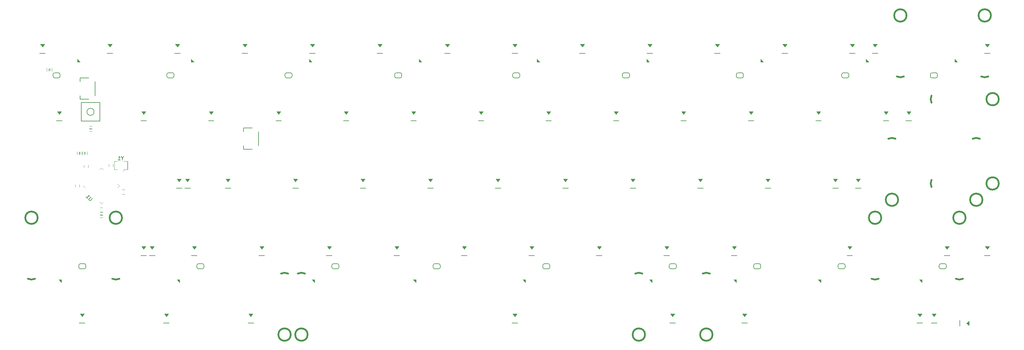
<source format=gbr>
%TF.GenerationSoftware,KiCad,Pcbnew,(5.1.11)-1*%
%TF.CreationDate,2022-08-31T19:27:18+07:00*%
%TF.ProjectId,Eclipse60,45636c69-7073-4653-9630-2e6b69636164,rev?*%
%TF.SameCoordinates,Original*%
%TF.FileFunction,Legend,Bot*%
%TF.FilePolarity,Positive*%
%FSLAX46Y46*%
G04 Gerber Fmt 4.6, Leading zero omitted, Abs format (unit mm)*
G04 Created by KiCad (PCBNEW (5.1.11)-1) date 2022-08-31 19:27:18*
%MOMM*%
%LPD*%
G01*
G04 APERTURE LIST*
%ADD10C,0.150000*%
%ADD11C,0.100000*%
%ADD12C,0.500000*%
%ADD13C,0.120000*%
G04 APERTURE END LIST*
D10*
%TO.C,J1*%
X97993750Y-67925000D02*
X97993750Y-68925000D01*
X97993750Y-68925000D02*
X100393750Y-68925000D01*
X102193750Y-67925000D02*
X102193750Y-63925000D01*
X100393750Y-62925000D02*
X97993750Y-62925000D01*
X97993750Y-62925000D02*
X97993750Y-63925000D01*
%TO.C,J2*%
X51843750Y-53784375D02*
X51843750Y-54784375D01*
X51843750Y-54784375D02*
X54243750Y-54784375D01*
X56043750Y-53784375D02*
X56043750Y-49784375D01*
X54243750Y-48784375D02*
X51843750Y-48784375D01*
X51843750Y-48784375D02*
X51843750Y-49784375D01*
%TO.C,D16*%
X218275000Y-118000000D02*
X219875000Y-118000000D01*
D11*
G36*
X219075000Y-116200000D02*
G01*
X219675000Y-115400000D01*
X218475000Y-115400000D01*
X219075000Y-116200000D01*
G37*
X219075000Y-116200000D02*
X219675000Y-115400000D01*
X218475000Y-115400000D01*
X219075000Y-116200000D01*
D12*
%TO.C,MX84*%
X311153750Y-54768750D02*
G75*
G03*
X311153750Y-54768750I-1750000J0D01*
G01*
X311153750Y-78581250D02*
G75*
G03*
X311153750Y-78581250I-1750000J0D01*
G01*
X292163225Y-53769801D02*
G75*
G03*
X292163750Y-55768750I2000525J-998949D01*
G01*
X292163225Y-77582301D02*
G75*
G03*
X292163750Y-79581250I2000525J-998949D01*
G01*
%TO.C,MX45*%
X282737500Y-83185000D02*
G75*
G03*
X282737500Y-83185000I-1750000J0D01*
G01*
X306550000Y-83185000D02*
G75*
G03*
X306550000Y-83185000I-1750000J0D01*
G01*
X281986449Y-65944475D02*
G75*
G03*
X279987500Y-65945000I-998949J-2000525D01*
G01*
X305798949Y-65944475D02*
G75*
G03*
X303800000Y-65945000I-998949J-2000525D01*
G01*
%TO.C,MX79*%
X116050000Y-121285000D02*
G75*
G03*
X116050000Y-121285000I-1750000J0D01*
G01*
X230350000Y-121285000D02*
G75*
G03*
X230350000Y-121285000I-1750000J0D01*
G01*
X229598949Y-104044475D02*
G75*
G03*
X227600000Y-104045000I-998949J-2000525D01*
G01*
X115298949Y-104044475D02*
G75*
G03*
X113300000Y-104045000I-998949J-2000525D01*
G01*
D11*
%TO.C,R5*%
X43325000Y-46284375D02*
X42925000Y-46184375D01*
X42925000Y-46384375D02*
X43325000Y-46284375D01*
X43325000Y-46484375D02*
X42925000Y-46384375D01*
X42925000Y-46584375D02*
X43325000Y-46484375D01*
X42925000Y-46784375D02*
X43325000Y-46684375D01*
X43325000Y-46684375D02*
X42925000Y-46584375D01*
X42925000Y-46184375D02*
X43325000Y-46084375D01*
D13*
X42425000Y-46859375D02*
X42425000Y-46009375D01*
X43825000Y-46859375D02*
X43825000Y-46009375D01*
D11*
%TO.C,D72*%
G36*
X301975000Y-118100000D02*
G01*
X302775000Y-118700000D01*
X302775000Y-117500000D01*
X301975000Y-118100000D01*
G37*
X301975000Y-118100000D02*
X302775000Y-118700000D01*
X302775000Y-117500000D01*
X301975000Y-118100000D01*
D10*
X300175000Y-117300000D02*
X300175000Y-118900000D01*
D11*
%TO.C,D70*%
G36*
X292893750Y-116200000D02*
G01*
X293493750Y-115400000D01*
X292293750Y-115400000D01*
X292893750Y-116200000D01*
G37*
X292893750Y-116200000D02*
X293493750Y-115400000D01*
X292293750Y-115400000D01*
X292893750Y-116200000D01*
D10*
X292093750Y-118000000D02*
X293693750Y-118000000D01*
D11*
%TO.C,D69*%
G36*
X174549000Y-116200000D02*
G01*
X175149000Y-115400000D01*
X173949000Y-115400000D01*
X174549000Y-116200000D01*
G37*
X174549000Y-116200000D02*
X175149000Y-115400000D01*
X173949000Y-115400000D01*
X174549000Y-116200000D01*
D10*
X173749000Y-118000000D02*
X175349000Y-118000000D01*
D11*
%TO.C,D68*%
G36*
X239395000Y-116200000D02*
G01*
X239995000Y-115400000D01*
X238795000Y-115400000D01*
X239395000Y-116200000D01*
G37*
X239395000Y-116200000D02*
X239995000Y-115400000D01*
X238795000Y-115400000D01*
X239395000Y-116200000D01*
D10*
X238595000Y-118000000D02*
X240195000Y-118000000D01*
D11*
%TO.C,D67*%
G36*
X100012500Y-116200000D02*
G01*
X100612500Y-115400000D01*
X99412500Y-115400000D01*
X100012500Y-116200000D01*
G37*
X100012500Y-116200000D02*
X100612500Y-115400000D01*
X99412500Y-115400000D01*
X100012500Y-116200000D01*
D10*
X99212500Y-118000000D02*
X100812500Y-118000000D01*
D11*
%TO.C,D66*%
G36*
X76200000Y-116200000D02*
G01*
X76800000Y-115400000D01*
X75600000Y-115400000D01*
X76200000Y-116200000D01*
G37*
X76200000Y-116200000D02*
X76800000Y-115400000D01*
X75600000Y-115400000D01*
X76200000Y-116200000D01*
D10*
X75400000Y-118000000D02*
X77000000Y-118000000D01*
D11*
%TO.C,D65*%
G36*
X52387500Y-116200000D02*
G01*
X52987500Y-115400000D01*
X51787500Y-115400000D01*
X52387500Y-116200000D01*
G37*
X52387500Y-116200000D02*
X52987500Y-115400000D01*
X51787500Y-115400000D01*
X52387500Y-116200000D01*
D10*
X51587500Y-118000000D02*
X53187500Y-118000000D01*
D11*
%TO.C,D63*%
G36*
X307899000Y-97150000D02*
G01*
X308499000Y-96350000D01*
X307299000Y-96350000D01*
X307899000Y-97150000D01*
G37*
X307899000Y-97150000D02*
X308499000Y-96350000D01*
X307299000Y-96350000D01*
X307899000Y-97150000D01*
D10*
X307099000Y-98950000D02*
X308699000Y-98950000D01*
D11*
%TO.C,D30*%
G36*
X285750000Y-59050000D02*
G01*
X286350000Y-58250000D01*
X285150000Y-58250000D01*
X285750000Y-59050000D01*
G37*
X285750000Y-59050000D02*
X286350000Y-58250000D01*
X285150000Y-58250000D01*
X285750000Y-59050000D01*
D10*
X284950000Y-60850000D02*
X286550000Y-60850000D01*
%TO.C,SW1*%
X52168750Y-60940625D02*
X57368750Y-60940625D01*
X57368750Y-60940625D02*
X57368750Y-55740625D01*
X57368750Y-55740625D02*
X52168750Y-55740625D01*
X52168750Y-55740625D02*
X52168750Y-60940625D01*
X55768750Y-58340625D02*
G75*
G03*
X55768750Y-58340625I-1000000J0D01*
G01*
D13*
%TO.C,R4*%
X54343750Y-63803125D02*
X55193750Y-63803125D01*
X54343750Y-62403125D02*
X55193750Y-62403125D01*
D11*
X55018750Y-62903125D02*
X55118750Y-63303125D01*
X54518750Y-63303125D02*
X54618750Y-62903125D01*
X54418750Y-62903125D02*
X54518750Y-63303125D01*
X54618750Y-62903125D02*
X54718750Y-63303125D01*
X54718750Y-63303125D02*
X54818750Y-62903125D01*
X54818750Y-62903125D02*
X54918750Y-63303125D01*
X54918750Y-63303125D02*
X55018750Y-62903125D01*
D10*
%TO.C,RGB18*%
X294843750Y-102734375D02*
X295843750Y-102734375D01*
X296343750Y-102234375D02*
X296343750Y-101734375D01*
X295843750Y-101234375D02*
X294843750Y-101234375D01*
X294343750Y-101734375D02*
X294343750Y-102234375D01*
D11*
G36*
X288693750Y-105784375D02*
G01*
X289493750Y-105784375D01*
X289493750Y-106584375D01*
X288693750Y-105784375D01*
G37*
X288693750Y-105784375D02*
X289493750Y-105784375D01*
X289493750Y-106584375D01*
X288693750Y-105784375D01*
D10*
X295843750Y-102734375D02*
G75*
G03*
X296343750Y-102234375I0J500000D01*
G01*
X294343750Y-102234375D02*
G75*
G03*
X294843750Y-102734375I500000J0D01*
G01*
X294843750Y-101234375D02*
G75*
G03*
X294343750Y-101734375I0J-500000D01*
G01*
X296343750Y-101734375D02*
G75*
G03*
X295843750Y-101234375I-500000J0D01*
G01*
%TO.C,RGB17*%
X266268750Y-102734375D02*
X267268750Y-102734375D01*
X267768750Y-102234375D02*
X267768750Y-101734375D01*
X267268750Y-101234375D02*
X266268750Y-101234375D01*
X265768750Y-101734375D02*
X265768750Y-102234375D01*
D11*
G36*
X260118750Y-105784375D02*
G01*
X260918750Y-105784375D01*
X260918750Y-106584375D01*
X260118750Y-105784375D01*
G37*
X260118750Y-105784375D02*
X260918750Y-105784375D01*
X260918750Y-106584375D01*
X260118750Y-105784375D01*
D10*
X267268750Y-102734375D02*
G75*
G03*
X267768750Y-102234375I0J500000D01*
G01*
X265768750Y-102234375D02*
G75*
G03*
X266268750Y-102734375I500000J0D01*
G01*
X266268750Y-101234375D02*
G75*
G03*
X265768750Y-101734375I0J-500000D01*
G01*
X267768750Y-101734375D02*
G75*
G03*
X267268750Y-101234375I-500000J0D01*
G01*
%TO.C,RGB16*%
X242456250Y-102734375D02*
X243456250Y-102734375D01*
X243956250Y-102234375D02*
X243956250Y-101734375D01*
X243456250Y-101234375D02*
X242456250Y-101234375D01*
X241956250Y-101734375D02*
X241956250Y-102234375D01*
D11*
G36*
X236306250Y-105784375D02*
G01*
X237106250Y-105784375D01*
X237106250Y-106584375D01*
X236306250Y-105784375D01*
G37*
X236306250Y-105784375D02*
X237106250Y-105784375D01*
X237106250Y-106584375D01*
X236306250Y-105784375D01*
D10*
X243456250Y-102734375D02*
G75*
G03*
X243956250Y-102234375I0J500000D01*
G01*
X241956250Y-102234375D02*
G75*
G03*
X242456250Y-102734375I500000J0D01*
G01*
X242456250Y-101234375D02*
G75*
G03*
X241956250Y-101734375I0J-500000D01*
G01*
X243956250Y-101734375D02*
G75*
G03*
X243456250Y-101234375I-500000J0D01*
G01*
%TO.C,RGB15*%
X218643750Y-102734375D02*
X219643750Y-102734375D01*
X220143750Y-102234375D02*
X220143750Y-101734375D01*
X219643750Y-101234375D02*
X218643750Y-101234375D01*
X218143750Y-101734375D02*
X218143750Y-102234375D01*
D11*
G36*
X212493750Y-105784375D02*
G01*
X213293750Y-105784375D01*
X213293750Y-106584375D01*
X212493750Y-105784375D01*
G37*
X212493750Y-105784375D02*
X213293750Y-105784375D01*
X213293750Y-106584375D01*
X212493750Y-105784375D01*
D10*
X219643750Y-102734375D02*
G75*
G03*
X220143750Y-102234375I0J500000D01*
G01*
X218143750Y-102234375D02*
G75*
G03*
X218643750Y-102734375I500000J0D01*
G01*
X218643750Y-101234375D02*
G75*
G03*
X218143750Y-101734375I0J-500000D01*
G01*
X220143750Y-101734375D02*
G75*
G03*
X219643750Y-101234375I-500000J0D01*
G01*
%TO.C,RGB14*%
X182925000Y-102734375D02*
X183925000Y-102734375D01*
X184425000Y-102234375D02*
X184425000Y-101734375D01*
X183925000Y-101234375D02*
X182925000Y-101234375D01*
X182425000Y-101734375D02*
X182425000Y-102234375D01*
D11*
G36*
X176775000Y-105784375D02*
G01*
X177575000Y-105784375D01*
X177575000Y-106584375D01*
X176775000Y-105784375D01*
G37*
X176775000Y-105784375D02*
X177575000Y-105784375D01*
X177575000Y-106584375D01*
X176775000Y-105784375D01*
D10*
X183925000Y-102734375D02*
G75*
G03*
X184425000Y-102234375I0J500000D01*
G01*
X182425000Y-102234375D02*
G75*
G03*
X182925000Y-102734375I500000J0D01*
G01*
X182925000Y-101234375D02*
G75*
G03*
X182425000Y-101734375I0J-500000D01*
G01*
X184425000Y-101734375D02*
G75*
G03*
X183925000Y-101234375I-500000J0D01*
G01*
%TO.C,RGB13*%
X151968750Y-102734375D02*
X152968750Y-102734375D01*
X153468750Y-102234375D02*
X153468750Y-101734375D01*
X152968750Y-101234375D02*
X151968750Y-101234375D01*
X151468750Y-101734375D02*
X151468750Y-102234375D01*
D11*
G36*
X145818750Y-105784375D02*
G01*
X146618750Y-105784375D01*
X146618750Y-106584375D01*
X145818750Y-105784375D01*
G37*
X145818750Y-105784375D02*
X146618750Y-105784375D01*
X146618750Y-106584375D01*
X145818750Y-105784375D01*
D10*
X152968750Y-102734375D02*
G75*
G03*
X153468750Y-102234375I0J500000D01*
G01*
X151468750Y-102234375D02*
G75*
G03*
X151968750Y-102734375I500000J0D01*
G01*
X151968750Y-101234375D02*
G75*
G03*
X151468750Y-101734375I0J-500000D01*
G01*
X153468750Y-101734375D02*
G75*
G03*
X152968750Y-101234375I-500000J0D01*
G01*
%TO.C,RGB12*%
X123393750Y-102734375D02*
X124393750Y-102734375D01*
X124893750Y-102234375D02*
X124893750Y-101734375D01*
X124393750Y-101234375D02*
X123393750Y-101234375D01*
X122893750Y-101734375D02*
X122893750Y-102234375D01*
D11*
G36*
X117243750Y-105784375D02*
G01*
X118043750Y-105784375D01*
X118043750Y-106584375D01*
X117243750Y-105784375D01*
G37*
X117243750Y-105784375D02*
X118043750Y-105784375D01*
X118043750Y-106584375D01*
X117243750Y-105784375D01*
D10*
X124393750Y-102734375D02*
G75*
G03*
X124893750Y-102234375I0J500000D01*
G01*
X122893750Y-102234375D02*
G75*
G03*
X123393750Y-102734375I500000J0D01*
G01*
X123393750Y-101234375D02*
G75*
G03*
X122893750Y-101734375I0J-500000D01*
G01*
X124893750Y-101734375D02*
G75*
G03*
X124393750Y-101234375I-500000J0D01*
G01*
%TO.C,RGB11*%
X85293750Y-102734375D02*
X86293750Y-102734375D01*
X86793750Y-102234375D02*
X86793750Y-101734375D01*
X86293750Y-101234375D02*
X85293750Y-101234375D01*
X84793750Y-101734375D02*
X84793750Y-102234375D01*
D11*
G36*
X79143750Y-105784375D02*
G01*
X79943750Y-105784375D01*
X79943750Y-106584375D01*
X79143750Y-105784375D01*
G37*
X79143750Y-105784375D02*
X79943750Y-105784375D01*
X79943750Y-106584375D01*
X79143750Y-105784375D01*
D10*
X86293750Y-102734375D02*
G75*
G03*
X86793750Y-102234375I0J500000D01*
G01*
X84793750Y-102234375D02*
G75*
G03*
X85293750Y-102734375I500000J0D01*
G01*
X85293750Y-101234375D02*
G75*
G03*
X84793750Y-101734375I0J-500000D01*
G01*
X86793750Y-101734375D02*
G75*
G03*
X86293750Y-101234375I-500000J0D01*
G01*
%TO.C,RGB10*%
X51956250Y-102734375D02*
X52956250Y-102734375D01*
X53456250Y-102234375D02*
X53456250Y-101734375D01*
X52956250Y-101234375D02*
X51956250Y-101234375D01*
X51456250Y-101734375D02*
X51456250Y-102234375D01*
D11*
G36*
X45806250Y-105784375D02*
G01*
X46606250Y-105784375D01*
X46606250Y-106584375D01*
X45806250Y-105784375D01*
G37*
X45806250Y-105784375D02*
X46606250Y-105784375D01*
X46606250Y-106584375D01*
X45806250Y-105784375D01*
D10*
X52956250Y-102734375D02*
G75*
G03*
X53456250Y-102234375I0J500000D01*
G01*
X51456250Y-102234375D02*
G75*
G03*
X51956250Y-102734375I500000J0D01*
G01*
X51956250Y-101234375D02*
G75*
G03*
X51456250Y-101734375I0J-500000D01*
G01*
X53456250Y-101734375D02*
G75*
G03*
X52956250Y-101234375I-500000J0D01*
G01*
D12*
%TO.C,MX76*%
X301787500Y-88265000D02*
G75*
G03*
X301787500Y-88265000I-1750000J0D01*
G01*
X277975000Y-88265000D02*
G75*
G03*
X277975000Y-88265000I-1750000J0D01*
G01*
X275226051Y-105505525D02*
G75*
G03*
X277225000Y-105505000I998949J2000525D01*
G01*
X299038551Y-105505525D02*
G75*
G03*
X301037500Y-105505000I998949J2000525D01*
G01*
%TO.C,MX46*%
X285118750Y-31115000D02*
G75*
G03*
X285118750Y-31115000I-1750000J0D01*
G01*
X308931250Y-31115000D02*
G75*
G03*
X308931250Y-31115000I-1750000J0D01*
G01*
X306182301Y-48355525D02*
G75*
G03*
X308181250Y-48355000I998949J2000525D01*
G01*
X282369801Y-48355525D02*
G75*
G03*
X284368750Y-48355000I998949J2000525D01*
G01*
D10*
%TO.C,RGB9*%
X293325000Y-47284375D02*
X292325000Y-47284375D01*
X291825000Y-47784375D02*
X291825000Y-48284375D01*
X292325000Y-48784375D02*
X293325000Y-48784375D01*
X293825000Y-48284375D02*
X293825000Y-47784375D01*
D11*
G36*
X299475000Y-44234375D02*
G01*
X298675000Y-44234375D01*
X298675000Y-43434375D01*
X299475000Y-44234375D01*
G37*
X299475000Y-44234375D02*
X298675000Y-44234375D01*
X298675000Y-43434375D01*
X299475000Y-44234375D01*
D10*
X291825000Y-48284375D02*
G75*
G03*
X292325000Y-48784375I500000J0D01*
G01*
X293325000Y-48784375D02*
G75*
G03*
X293825000Y-48284375I0J500000D01*
G01*
X293825000Y-47784375D02*
G75*
G03*
X293325000Y-47284375I-500000J0D01*
G01*
X292325000Y-47284375D02*
G75*
G03*
X291825000Y-47784375I0J-500000D01*
G01*
%TO.C,RGB8*%
X268321875Y-47284375D02*
X267321875Y-47284375D01*
X266821875Y-47784375D02*
X266821875Y-48284375D01*
X267321875Y-48784375D02*
X268321875Y-48784375D01*
X268821875Y-48284375D02*
X268821875Y-47784375D01*
D11*
G36*
X274471875Y-44234375D02*
G01*
X273671875Y-44234375D01*
X273671875Y-43434375D01*
X274471875Y-44234375D01*
G37*
X274471875Y-44234375D02*
X273671875Y-44234375D01*
X273671875Y-43434375D01*
X274471875Y-44234375D01*
D10*
X266821875Y-48284375D02*
G75*
G03*
X267321875Y-48784375I500000J0D01*
G01*
X268321875Y-48784375D02*
G75*
G03*
X268821875Y-48284375I0J500000D01*
G01*
X268821875Y-47784375D02*
G75*
G03*
X268321875Y-47284375I-500000J0D01*
G01*
X267321875Y-47284375D02*
G75*
G03*
X266821875Y-47784375I0J-500000D01*
G01*
%TO.C,RGB7*%
X238556250Y-47284375D02*
X237556250Y-47284375D01*
X237056250Y-47784375D02*
X237056250Y-48284375D01*
X237556250Y-48784375D02*
X238556250Y-48784375D01*
X239056250Y-48284375D02*
X239056250Y-47784375D01*
D11*
G36*
X244706250Y-44234375D02*
G01*
X243906250Y-44234375D01*
X243906250Y-43434375D01*
X244706250Y-44234375D01*
G37*
X244706250Y-44234375D02*
X243906250Y-44234375D01*
X243906250Y-43434375D01*
X244706250Y-44234375D01*
D10*
X237056250Y-48284375D02*
G75*
G03*
X237556250Y-48784375I500000J0D01*
G01*
X238556250Y-48784375D02*
G75*
G03*
X239056250Y-48284375I0J500000D01*
G01*
X239056250Y-47784375D02*
G75*
G03*
X238556250Y-47284375I-500000J0D01*
G01*
X237556250Y-47284375D02*
G75*
G03*
X237056250Y-47784375I0J-500000D01*
G01*
%TO.C,RGB6*%
X206409375Y-47284375D02*
X205409375Y-47284375D01*
X204909375Y-47784375D02*
X204909375Y-48284375D01*
X205409375Y-48784375D02*
X206409375Y-48784375D01*
X206909375Y-48284375D02*
X206909375Y-47784375D01*
D11*
G36*
X212559375Y-44234375D02*
G01*
X211759375Y-44234375D01*
X211759375Y-43434375D01*
X212559375Y-44234375D01*
G37*
X212559375Y-44234375D02*
X211759375Y-44234375D01*
X211759375Y-43434375D01*
X212559375Y-44234375D01*
D10*
X204909375Y-48284375D02*
G75*
G03*
X205409375Y-48784375I500000J0D01*
G01*
X206409375Y-48784375D02*
G75*
G03*
X206909375Y-48284375I0J500000D01*
G01*
X206909375Y-47784375D02*
G75*
G03*
X206409375Y-47284375I-500000J0D01*
G01*
X205409375Y-47284375D02*
G75*
G03*
X204909375Y-47784375I0J-500000D01*
G01*
%TO.C,RGB5*%
X175453125Y-47284375D02*
X174453125Y-47284375D01*
X173953125Y-47784375D02*
X173953125Y-48284375D01*
X174453125Y-48784375D02*
X175453125Y-48784375D01*
X175953125Y-48284375D02*
X175953125Y-47784375D01*
D11*
G36*
X181603125Y-44234375D02*
G01*
X180803125Y-44234375D01*
X180803125Y-43434375D01*
X181603125Y-44234375D01*
G37*
X181603125Y-44234375D02*
X180803125Y-44234375D01*
X180803125Y-43434375D01*
X181603125Y-44234375D01*
D10*
X173953125Y-48284375D02*
G75*
G03*
X174453125Y-48784375I500000J0D01*
G01*
X175453125Y-48784375D02*
G75*
G03*
X175953125Y-48284375I0J500000D01*
G01*
X175953125Y-47784375D02*
G75*
G03*
X175453125Y-47284375I-500000J0D01*
G01*
X174453125Y-47284375D02*
G75*
G03*
X173953125Y-47784375I0J-500000D01*
G01*
%TO.C,RGB4*%
X142115625Y-47284375D02*
X141115625Y-47284375D01*
X140615625Y-47784375D02*
X140615625Y-48284375D01*
X141115625Y-48784375D02*
X142115625Y-48784375D01*
X142615625Y-48284375D02*
X142615625Y-47784375D01*
D11*
G36*
X148265625Y-44234375D02*
G01*
X147465625Y-44234375D01*
X147465625Y-43434375D01*
X148265625Y-44234375D01*
G37*
X148265625Y-44234375D02*
X147465625Y-44234375D01*
X147465625Y-43434375D01*
X148265625Y-44234375D01*
D10*
X140615625Y-48284375D02*
G75*
G03*
X141115625Y-48784375I500000J0D01*
G01*
X142115625Y-48784375D02*
G75*
G03*
X142615625Y-48284375I0J500000D01*
G01*
X142615625Y-47784375D02*
G75*
G03*
X142115625Y-47284375I-500000J0D01*
G01*
X141115625Y-47284375D02*
G75*
G03*
X140615625Y-47784375I0J-500000D01*
G01*
%TO.C,RGB3*%
X111159375Y-47284375D02*
X110159375Y-47284375D01*
X109659375Y-47784375D02*
X109659375Y-48284375D01*
X110159375Y-48784375D02*
X111159375Y-48784375D01*
X111659375Y-48284375D02*
X111659375Y-47784375D01*
D11*
G36*
X117309375Y-44234375D02*
G01*
X116509375Y-44234375D01*
X116509375Y-43434375D01*
X117309375Y-44234375D01*
G37*
X117309375Y-44234375D02*
X116509375Y-44234375D01*
X116509375Y-43434375D01*
X117309375Y-44234375D01*
D10*
X109659375Y-48284375D02*
G75*
G03*
X110159375Y-48784375I500000J0D01*
G01*
X111159375Y-48784375D02*
G75*
G03*
X111659375Y-48284375I0J500000D01*
G01*
X111659375Y-47784375D02*
G75*
G03*
X111159375Y-47284375I-500000J0D01*
G01*
X110159375Y-47284375D02*
G75*
G03*
X109659375Y-47784375I0J-500000D01*
G01*
%TO.C,RGB2*%
X77821875Y-47284375D02*
X76821875Y-47284375D01*
X76321875Y-47784375D02*
X76321875Y-48284375D01*
X76821875Y-48784375D02*
X77821875Y-48784375D01*
X78321875Y-48284375D02*
X78321875Y-47784375D01*
D11*
G36*
X83971875Y-44234375D02*
G01*
X83171875Y-44234375D01*
X83171875Y-43434375D01*
X83971875Y-44234375D01*
G37*
X83971875Y-44234375D02*
X83171875Y-44234375D01*
X83171875Y-43434375D01*
X83971875Y-44234375D01*
D10*
X76321875Y-48284375D02*
G75*
G03*
X76821875Y-48784375I500000J0D01*
G01*
X77821875Y-48784375D02*
G75*
G03*
X78321875Y-48284375I0J500000D01*
G01*
X78321875Y-47784375D02*
G75*
G03*
X77821875Y-47284375I-500000J0D01*
G01*
X76821875Y-47284375D02*
G75*
G03*
X76321875Y-47784375I0J-500000D01*
G01*
%TO.C,RGB1*%
X45675000Y-47284375D02*
X44675000Y-47284375D01*
X44175000Y-47784375D02*
X44175000Y-48284375D01*
X44675000Y-48784375D02*
X45675000Y-48784375D01*
X46175000Y-48284375D02*
X46175000Y-47784375D01*
D11*
G36*
X51825000Y-44234375D02*
G01*
X51025000Y-44234375D01*
X51025000Y-43434375D01*
X51825000Y-44234375D01*
G37*
X51825000Y-44234375D02*
X51025000Y-44234375D01*
X51025000Y-43434375D01*
X51825000Y-44234375D01*
D10*
X44175000Y-48284375D02*
G75*
G03*
X44675000Y-48784375I500000J0D01*
G01*
X45675000Y-48784375D02*
G75*
G03*
X46175000Y-48284375I0J500000D01*
G01*
X46175000Y-47784375D02*
G75*
G03*
X45675000Y-47284375I-500000J0D01*
G01*
X44675000Y-47284375D02*
G75*
G03*
X44175000Y-47784375I0J-500000D01*
G01*
D13*
%TO.C,U1*%
X53207341Y-79743902D02*
X52694689Y-79231250D01*
X62905311Y-79231250D02*
X62392659Y-79743902D01*
X62392659Y-78718598D02*
X62905311Y-79231250D01*
X57800000Y-74125939D02*
X57287348Y-74638591D01*
X58312652Y-74638591D02*
X57800000Y-74125939D01*
X57800000Y-84336561D02*
X58312652Y-83823909D01*
X57287348Y-83823909D02*
X57800000Y-84336561D01*
%TO.C,R3*%
X50943750Y-69559375D02*
X50943750Y-70409375D01*
X52343750Y-69559375D02*
X52343750Y-70409375D01*
D11*
X51843750Y-70234375D02*
X51443750Y-70334375D01*
X51443750Y-69734375D02*
X51843750Y-69834375D01*
X51843750Y-69634375D02*
X51443750Y-69734375D01*
X51843750Y-69834375D02*
X51443750Y-69934375D01*
X51443750Y-69934375D02*
X51843750Y-70034375D01*
X51843750Y-70034375D02*
X51443750Y-70134375D01*
X51443750Y-70134375D02*
X51843750Y-70234375D01*
D13*
%TO.C,R2*%
X53843750Y-70409375D02*
X53843750Y-69559375D01*
X52443750Y-70409375D02*
X52443750Y-69559375D01*
D11*
X52943750Y-69734375D02*
X53343750Y-69634375D01*
X53343750Y-70234375D02*
X52943750Y-70134375D01*
X52943750Y-70334375D02*
X53343750Y-70234375D01*
X52943750Y-70134375D02*
X53343750Y-70034375D01*
X53343750Y-70034375D02*
X52943750Y-69934375D01*
X52943750Y-69934375D02*
X53343750Y-69834375D01*
X53343750Y-69834375D02*
X52943750Y-69734375D01*
D13*
%TO.C,Y1*%
X61500000Y-74681250D02*
X62300000Y-74681250D01*
X61500000Y-72281250D02*
X61500000Y-74281250D01*
X62300000Y-72281250D02*
X61500000Y-72281250D01*
X65100000Y-72281250D02*
X64100000Y-72281250D01*
X65100000Y-74281250D02*
X65100000Y-72281250D01*
X64100000Y-74681250D02*
X65100000Y-74681250D01*
X64100000Y-74681250D02*
X64100000Y-75081250D01*
X65300000Y-72281250D02*
X65300000Y-74281250D01*
X61500000Y-74281250D02*
X61500000Y-74681250D01*
X65100000Y-74281250D02*
X65100000Y-74681250D01*
X65300000Y-74281250D02*
X65300000Y-74681250D01*
%TO.C,R1*%
X57375000Y-88181250D02*
X58225000Y-88181250D01*
X57375000Y-86781250D02*
X58225000Y-86781250D01*
D11*
X58050000Y-87281250D02*
X58150000Y-87681250D01*
X57550000Y-87681250D02*
X57650000Y-87281250D01*
X57450000Y-87281250D02*
X57550000Y-87681250D01*
X57650000Y-87281250D02*
X57750000Y-87681250D01*
X57750000Y-87681250D02*
X57850000Y-87281250D01*
X57850000Y-87281250D02*
X57950000Y-87681250D01*
X57950000Y-87681250D02*
X58050000Y-87281250D01*
D13*
%TO.C,C5*%
X61150000Y-73861580D02*
X61150000Y-73161580D01*
X59950000Y-73161580D02*
X59950000Y-73861580D01*
%TO.C,C4*%
X57450000Y-86581250D02*
X58150000Y-86581250D01*
X58150000Y-85381250D02*
X57450000Y-85381250D01*
%TO.C,C3*%
X63700000Y-81581250D02*
X64400000Y-81581250D01*
X64400000Y-80381250D02*
X63700000Y-80381250D01*
%TO.C,C2*%
X50450000Y-78881250D02*
X50450000Y-79581250D01*
X51650000Y-79581250D02*
X51650000Y-78881250D01*
%TO.C,C1*%
X54150000Y-74081250D02*
X54150000Y-73381250D01*
X52950000Y-73381250D02*
X52950000Y-74081250D01*
D12*
%TO.C,MX31*%
X39850000Y-88265000D02*
G75*
G03*
X39850000Y-88265000I-1750000J0D01*
G01*
X63662500Y-88265000D02*
G75*
G03*
X63662500Y-88265000I-1750000J0D01*
G01*
X60913551Y-105505525D02*
G75*
G03*
X62912500Y-105505000I998949J2000525D01*
G01*
X37101051Y-105505525D02*
G75*
G03*
X39100000Y-105505000I998949J2000525D01*
G01*
D10*
%TO.C,D71*%
X288049000Y-118000000D02*
X289649000Y-118000000D01*
D11*
G36*
X288849000Y-116200000D02*
G01*
X289449000Y-115400000D01*
X288249000Y-115400000D01*
X288849000Y-116200000D01*
G37*
X288849000Y-116200000D02*
X289449000Y-115400000D01*
X288249000Y-115400000D01*
X288849000Y-116200000D01*
D12*
%TO.C,MX70*%
X211293650Y-121285000D02*
G75*
G03*
X211293650Y-121285000I-1750000J0D01*
G01*
X111293850Y-121285000D02*
G75*
G03*
X111293850Y-121285000I-1750000J0D01*
G01*
X210542599Y-104044475D02*
G75*
G03*
X208543650Y-104045000I-998949J-2000525D01*
G01*
X110542799Y-104044475D02*
G75*
G03*
X108543850Y-104045000I-998949J-2000525D01*
G01*
D10*
%TO.C,D62*%
X295745000Y-98950000D02*
X297345000Y-98950000D01*
D11*
G36*
X296545000Y-97150000D02*
G01*
X297145000Y-96350000D01*
X295945000Y-96350000D01*
X296545000Y-97150000D01*
G37*
X296545000Y-97150000D02*
X297145000Y-96350000D01*
X295945000Y-96350000D01*
X296545000Y-97150000D01*
D10*
%TO.C,D60*%
X268281250Y-98950000D02*
X269881250Y-98950000D01*
D11*
G36*
X269081250Y-97150000D02*
G01*
X269681250Y-96350000D01*
X268481250Y-96350000D01*
X269081250Y-97150000D01*
G37*
X269081250Y-97150000D02*
X269681250Y-96350000D01*
X268481250Y-96350000D01*
X269081250Y-97150000D01*
D10*
%TO.C,D59*%
X235661500Y-98950000D02*
X237261500Y-98950000D01*
D11*
G36*
X236461500Y-97150000D02*
G01*
X237061500Y-96350000D01*
X235861500Y-96350000D01*
X236461500Y-97150000D01*
G37*
X236461500Y-97150000D02*
X237061500Y-96350000D01*
X235861500Y-96350000D01*
X236461500Y-97150000D01*
D10*
%TO.C,D58*%
X216611500Y-98950000D02*
X218211500Y-98950000D01*
D11*
G36*
X217411500Y-97150000D02*
G01*
X218011500Y-96350000D01*
X216811500Y-96350000D01*
X217411500Y-97150000D01*
G37*
X217411500Y-97150000D02*
X218011500Y-96350000D01*
X216811500Y-96350000D01*
X217411500Y-97150000D01*
D10*
%TO.C,D57*%
X197561500Y-98950000D02*
X199161500Y-98950000D01*
D11*
G36*
X198361500Y-97150000D02*
G01*
X198961500Y-96350000D01*
X197761500Y-96350000D01*
X198361500Y-97150000D01*
G37*
X198361500Y-97150000D02*
X198961500Y-96350000D01*
X197761500Y-96350000D01*
X198361500Y-97150000D01*
D10*
%TO.C,D56*%
X178511500Y-98950000D02*
X180111500Y-98950000D01*
D11*
G36*
X179311500Y-97150000D02*
G01*
X179911500Y-96350000D01*
X178711500Y-96350000D01*
X179311500Y-97150000D01*
G37*
X179311500Y-97150000D02*
X179911500Y-96350000D01*
X178711500Y-96350000D01*
X179311500Y-97150000D01*
D10*
%TO.C,D55*%
X159461500Y-98950000D02*
X161061500Y-98950000D01*
D11*
G36*
X160261500Y-97150000D02*
G01*
X160861500Y-96350000D01*
X159661500Y-96350000D01*
X160261500Y-97150000D01*
G37*
X160261500Y-97150000D02*
X160861500Y-96350000D01*
X159661500Y-96350000D01*
X160261500Y-97150000D01*
D10*
%TO.C,D54*%
X140411500Y-98950000D02*
X142011500Y-98950000D01*
D11*
G36*
X141211500Y-97150000D02*
G01*
X141811500Y-96350000D01*
X140611500Y-96350000D01*
X141211500Y-97150000D01*
G37*
X141211500Y-97150000D02*
X141811500Y-96350000D01*
X140611500Y-96350000D01*
X141211500Y-97150000D01*
D10*
%TO.C,D53*%
X121361500Y-98950000D02*
X122961500Y-98950000D01*
D11*
G36*
X122161500Y-97150000D02*
G01*
X122761500Y-96350000D01*
X121561500Y-96350000D01*
X122161500Y-97150000D01*
G37*
X122161500Y-97150000D02*
X122761500Y-96350000D01*
X121561500Y-96350000D01*
X122161500Y-97150000D01*
D10*
%TO.C,D52*%
X102311500Y-98950000D02*
X103911500Y-98950000D01*
D11*
G36*
X103111500Y-97150000D02*
G01*
X103711500Y-96350000D01*
X102511500Y-96350000D01*
X103111500Y-97150000D01*
G37*
X103111500Y-97150000D02*
X103711500Y-96350000D01*
X102511500Y-96350000D01*
X103111500Y-97150000D01*
D10*
%TO.C,D51*%
X83261500Y-98950000D02*
X84861500Y-98950000D01*
D11*
G36*
X84061500Y-97150000D02*
G01*
X84661500Y-96350000D01*
X83461500Y-96350000D01*
X84061500Y-97150000D01*
G37*
X84061500Y-97150000D02*
X84661500Y-96350000D01*
X83461500Y-96350000D01*
X84061500Y-97150000D01*
D10*
%TO.C,D50*%
X71355250Y-98950000D02*
X72955250Y-98950000D01*
D11*
G36*
X72155250Y-97150000D02*
G01*
X72755250Y-96350000D01*
X71555250Y-96350000D01*
X72155250Y-97150000D01*
G37*
X72155250Y-97150000D02*
X72755250Y-96350000D01*
X71555250Y-96350000D01*
X72155250Y-97150000D01*
D10*
%TO.C,D49*%
X68974000Y-98950000D02*
X70574000Y-98950000D01*
D11*
G36*
X69774000Y-97150000D02*
G01*
X70374000Y-96350000D01*
X69174000Y-96350000D01*
X69774000Y-97150000D01*
G37*
X69774000Y-97150000D02*
X70374000Y-96350000D01*
X69174000Y-96350000D01*
X69774000Y-97150000D01*
D10*
%TO.C,D45*%
X270662500Y-79900000D02*
X272262500Y-79900000D01*
D11*
G36*
X271462500Y-78100000D02*
G01*
X272062500Y-77300000D01*
X270862500Y-77300000D01*
X271462500Y-78100000D01*
G37*
X271462500Y-78100000D02*
X272062500Y-77300000D01*
X270862500Y-77300000D01*
X271462500Y-78100000D01*
D10*
%TO.C,D44*%
X264236500Y-79900000D02*
X265836500Y-79900000D01*
D11*
G36*
X265036500Y-78100000D02*
G01*
X265636500Y-77300000D01*
X264436500Y-77300000D01*
X265036500Y-78100000D01*
G37*
X265036500Y-78100000D02*
X265636500Y-77300000D01*
X264436500Y-77300000D01*
X265036500Y-78100000D01*
D10*
%TO.C,D43*%
X245186500Y-79900000D02*
X246786500Y-79900000D01*
D11*
G36*
X245986500Y-78100000D02*
G01*
X246586500Y-77300000D01*
X245386500Y-77300000D01*
X245986500Y-78100000D01*
G37*
X245986500Y-78100000D02*
X246586500Y-77300000D01*
X245386500Y-77300000D01*
X245986500Y-78100000D01*
D10*
%TO.C,D42*%
X226136500Y-79900000D02*
X227736500Y-79900000D01*
D11*
G36*
X226936500Y-78100000D02*
G01*
X227536500Y-77300000D01*
X226336500Y-77300000D01*
X226936500Y-78100000D01*
G37*
X226936500Y-78100000D02*
X227536500Y-77300000D01*
X226336500Y-77300000D01*
X226936500Y-78100000D01*
D10*
%TO.C,D41*%
X207086500Y-79900000D02*
X208686500Y-79900000D01*
D11*
G36*
X207886500Y-78100000D02*
G01*
X208486500Y-77300000D01*
X207286500Y-77300000D01*
X207886500Y-78100000D01*
G37*
X207886500Y-78100000D02*
X208486500Y-77300000D01*
X207286500Y-77300000D01*
X207886500Y-78100000D01*
D10*
%TO.C,D40*%
X188036500Y-79900000D02*
X189636500Y-79900000D01*
D11*
G36*
X188836500Y-78100000D02*
G01*
X189436500Y-77300000D01*
X188236500Y-77300000D01*
X188836500Y-78100000D01*
G37*
X188836500Y-78100000D02*
X189436500Y-77300000D01*
X188236500Y-77300000D01*
X188836500Y-78100000D01*
D10*
%TO.C,D39*%
X168986500Y-79900000D02*
X170586500Y-79900000D01*
D11*
G36*
X169786500Y-78100000D02*
G01*
X170386500Y-77300000D01*
X169186500Y-77300000D01*
X169786500Y-78100000D01*
G37*
X169786500Y-78100000D02*
X170386500Y-77300000D01*
X169186500Y-77300000D01*
X169786500Y-78100000D01*
D10*
%TO.C,D38*%
X149936500Y-79900000D02*
X151536500Y-79900000D01*
D11*
G36*
X150736500Y-78100000D02*
G01*
X151336500Y-77300000D01*
X150136500Y-77300000D01*
X150736500Y-78100000D01*
G37*
X150736500Y-78100000D02*
X151336500Y-77300000D01*
X150136500Y-77300000D01*
X150736500Y-78100000D01*
D10*
%TO.C,D37*%
X130886500Y-79900000D02*
X132486500Y-79900000D01*
D11*
G36*
X131686500Y-78100000D02*
G01*
X132286500Y-77300000D01*
X131086500Y-77300000D01*
X131686500Y-78100000D01*
G37*
X131686500Y-78100000D02*
X132286500Y-77300000D01*
X131086500Y-77300000D01*
X131686500Y-78100000D01*
D10*
%TO.C,D36*%
X111836500Y-79900000D02*
X113436500Y-79900000D01*
D11*
G36*
X112636500Y-78100000D02*
G01*
X113236500Y-77300000D01*
X112036500Y-77300000D01*
X112636500Y-78100000D01*
G37*
X112636500Y-78100000D02*
X113236500Y-77300000D01*
X112036500Y-77300000D01*
X112636500Y-78100000D01*
D10*
%TO.C,D35*%
X92786500Y-79900000D02*
X94386500Y-79900000D01*
D11*
G36*
X93586500Y-78100000D02*
G01*
X94186500Y-77300000D01*
X92986500Y-77300000D01*
X93586500Y-78100000D01*
G37*
X93586500Y-78100000D02*
X94186500Y-77300000D01*
X92986500Y-77300000D01*
X93586500Y-78100000D01*
D10*
%TO.C,D34*%
X81353125Y-79900000D02*
X82953125Y-79900000D01*
D11*
G36*
X82153125Y-78100000D02*
G01*
X82753125Y-77300000D01*
X81553125Y-77300000D01*
X82153125Y-78100000D01*
G37*
X82153125Y-78100000D02*
X82753125Y-77300000D01*
X81553125Y-77300000D01*
X82153125Y-78100000D01*
D10*
%TO.C,D33*%
X78971875Y-79900000D02*
X80571875Y-79900000D01*
D11*
G36*
X79771875Y-78100000D02*
G01*
X80371875Y-77300000D01*
X79171875Y-77300000D01*
X79771875Y-78100000D01*
G37*
X79771875Y-78100000D02*
X80371875Y-77300000D01*
X79171875Y-77300000D01*
X79771875Y-78100000D01*
D10*
%TO.C,D29*%
X278524000Y-60850000D02*
X280124000Y-60850000D01*
D11*
G36*
X279324000Y-59050000D02*
G01*
X279924000Y-58250000D01*
X278724000Y-58250000D01*
X279324000Y-59050000D01*
G37*
X279324000Y-59050000D02*
X279924000Y-58250000D01*
X278724000Y-58250000D01*
X279324000Y-59050000D01*
D10*
%TO.C,D28*%
X259474000Y-60850000D02*
X261074000Y-60850000D01*
D11*
G36*
X260274000Y-59050000D02*
G01*
X260874000Y-58250000D01*
X259674000Y-58250000D01*
X260274000Y-59050000D01*
G37*
X260274000Y-59050000D02*
X260874000Y-58250000D01*
X259674000Y-58250000D01*
X260274000Y-59050000D01*
D10*
%TO.C,D27*%
X240424000Y-60850000D02*
X242024000Y-60850000D01*
D11*
G36*
X241224000Y-59050000D02*
G01*
X241824000Y-58250000D01*
X240624000Y-58250000D01*
X241224000Y-59050000D01*
G37*
X241224000Y-59050000D02*
X241824000Y-58250000D01*
X240624000Y-58250000D01*
X241224000Y-59050000D01*
D10*
%TO.C,D26*%
X221374000Y-60850000D02*
X222974000Y-60850000D01*
D11*
G36*
X222174000Y-59050000D02*
G01*
X222774000Y-58250000D01*
X221574000Y-58250000D01*
X222174000Y-59050000D01*
G37*
X222174000Y-59050000D02*
X222774000Y-58250000D01*
X221574000Y-58250000D01*
X222174000Y-59050000D01*
D10*
%TO.C,D25*%
X202324000Y-60850000D02*
X203924000Y-60850000D01*
D11*
G36*
X203124000Y-59050000D02*
G01*
X203724000Y-58250000D01*
X202524000Y-58250000D01*
X203124000Y-59050000D01*
G37*
X203124000Y-59050000D02*
X203724000Y-58250000D01*
X202524000Y-58250000D01*
X203124000Y-59050000D01*
D10*
%TO.C,D24*%
X183274000Y-60850000D02*
X184874000Y-60850000D01*
D11*
G36*
X184074000Y-59050000D02*
G01*
X184674000Y-58250000D01*
X183474000Y-58250000D01*
X184074000Y-59050000D01*
G37*
X184074000Y-59050000D02*
X184674000Y-58250000D01*
X183474000Y-58250000D01*
X184074000Y-59050000D01*
D10*
%TO.C,D23*%
X164224000Y-60850000D02*
X165824000Y-60850000D01*
D11*
G36*
X165024000Y-59050000D02*
G01*
X165624000Y-58250000D01*
X164424000Y-58250000D01*
X165024000Y-59050000D01*
G37*
X165024000Y-59050000D02*
X165624000Y-58250000D01*
X164424000Y-58250000D01*
X165024000Y-59050000D01*
D10*
%TO.C,D22*%
X145174000Y-60850000D02*
X146774000Y-60850000D01*
D11*
G36*
X145974000Y-59050000D02*
G01*
X146574000Y-58250000D01*
X145374000Y-58250000D01*
X145974000Y-59050000D01*
G37*
X145974000Y-59050000D02*
X146574000Y-58250000D01*
X145374000Y-58250000D01*
X145974000Y-59050000D01*
D10*
%TO.C,D21*%
X126124000Y-60850000D02*
X127724000Y-60850000D01*
D11*
G36*
X126924000Y-59050000D02*
G01*
X127524000Y-58250000D01*
X126324000Y-58250000D01*
X126924000Y-59050000D01*
G37*
X126924000Y-59050000D02*
X127524000Y-58250000D01*
X126324000Y-58250000D01*
X126924000Y-59050000D01*
D10*
%TO.C,D20*%
X107074000Y-60850000D02*
X108674000Y-60850000D01*
D11*
G36*
X107874000Y-59050000D02*
G01*
X108474000Y-58250000D01*
X107274000Y-58250000D01*
X107874000Y-59050000D01*
G37*
X107874000Y-59050000D02*
X108474000Y-58250000D01*
X107274000Y-58250000D01*
X107874000Y-59050000D01*
D10*
%TO.C,D19*%
X88024000Y-60850000D02*
X89624000Y-60850000D01*
D11*
G36*
X88824000Y-59050000D02*
G01*
X89424000Y-58250000D01*
X88224000Y-58250000D01*
X88824000Y-59050000D01*
G37*
X88824000Y-59050000D02*
X89424000Y-58250000D01*
X88224000Y-58250000D01*
X88824000Y-59050000D01*
D10*
%TO.C,D18*%
X68974000Y-60850000D02*
X70574000Y-60850000D01*
D11*
G36*
X69774000Y-59050000D02*
G01*
X70374000Y-58250000D01*
X69174000Y-58250000D01*
X69774000Y-59050000D01*
G37*
X69774000Y-59050000D02*
X70374000Y-58250000D01*
X69174000Y-58250000D01*
X69774000Y-59050000D01*
D10*
%TO.C,D17*%
X45161500Y-60850000D02*
X46761500Y-60850000D01*
D11*
G36*
X45961500Y-59050000D02*
G01*
X46561500Y-58250000D01*
X45361500Y-58250000D01*
X45961500Y-59050000D01*
G37*
X45961500Y-59050000D02*
X46561500Y-58250000D01*
X45361500Y-58250000D01*
X45961500Y-59050000D01*
D10*
%TO.C,D15*%
X307099000Y-41800000D02*
X308699000Y-41800000D01*
D11*
G36*
X307899000Y-40000000D02*
G01*
X308499000Y-39200000D01*
X307299000Y-39200000D01*
X307899000Y-40000000D01*
G37*
X307899000Y-40000000D02*
X308499000Y-39200000D01*
X307299000Y-39200000D01*
X307899000Y-40000000D01*
D10*
%TO.C,D14*%
X275425000Y-41800000D02*
X277025000Y-41800000D01*
D11*
G36*
X276225000Y-40000000D02*
G01*
X276825000Y-39200000D01*
X275625000Y-39200000D01*
X276225000Y-40000000D01*
G37*
X276225000Y-40000000D02*
X276825000Y-39200000D01*
X275625000Y-39200000D01*
X276225000Y-40000000D01*
D10*
%TO.C,D13*%
X268999000Y-41800000D02*
X270599000Y-41800000D01*
D11*
G36*
X269799000Y-40000000D02*
G01*
X270399000Y-39200000D01*
X269199000Y-39200000D01*
X269799000Y-40000000D01*
G37*
X269799000Y-40000000D02*
X270399000Y-39200000D01*
X269199000Y-39200000D01*
X269799000Y-40000000D01*
D10*
%TO.C,D12*%
X249949000Y-41800000D02*
X251549000Y-41800000D01*
D11*
G36*
X250749000Y-40000000D02*
G01*
X251349000Y-39200000D01*
X250149000Y-39200000D01*
X250749000Y-40000000D01*
G37*
X250749000Y-40000000D02*
X251349000Y-39200000D01*
X250149000Y-39200000D01*
X250749000Y-40000000D01*
D10*
%TO.C,D11*%
X230899000Y-41800000D02*
X232499000Y-41800000D01*
D11*
G36*
X231699000Y-40000000D02*
G01*
X232299000Y-39200000D01*
X231099000Y-39200000D01*
X231699000Y-40000000D01*
G37*
X231699000Y-40000000D02*
X232299000Y-39200000D01*
X231099000Y-39200000D01*
X231699000Y-40000000D01*
D10*
%TO.C,D10*%
X211849000Y-41800000D02*
X213449000Y-41800000D01*
D11*
G36*
X212649000Y-40000000D02*
G01*
X213249000Y-39200000D01*
X212049000Y-39200000D01*
X212649000Y-40000000D01*
G37*
X212649000Y-40000000D02*
X213249000Y-39200000D01*
X212049000Y-39200000D01*
X212649000Y-40000000D01*
D10*
%TO.C,D9*%
X192799000Y-41800000D02*
X194399000Y-41800000D01*
D11*
G36*
X193599000Y-40000000D02*
G01*
X194199000Y-39200000D01*
X192999000Y-39200000D01*
X193599000Y-40000000D01*
G37*
X193599000Y-40000000D02*
X194199000Y-39200000D01*
X192999000Y-39200000D01*
X193599000Y-40000000D01*
D10*
%TO.C,D8*%
X173749000Y-41800000D02*
X175349000Y-41800000D01*
D11*
G36*
X174549000Y-40000000D02*
G01*
X175149000Y-39200000D01*
X173949000Y-39200000D01*
X174549000Y-40000000D01*
G37*
X174549000Y-40000000D02*
X175149000Y-39200000D01*
X173949000Y-39200000D01*
X174549000Y-40000000D01*
D10*
%TO.C,D7*%
X154699000Y-41800000D02*
X156299000Y-41800000D01*
D11*
G36*
X155499000Y-40000000D02*
G01*
X156099000Y-39200000D01*
X154899000Y-39200000D01*
X155499000Y-40000000D01*
G37*
X155499000Y-40000000D02*
X156099000Y-39200000D01*
X154899000Y-39200000D01*
X155499000Y-40000000D01*
D10*
%TO.C,D6*%
X135649000Y-41800000D02*
X137249000Y-41800000D01*
D11*
G36*
X136449000Y-40000000D02*
G01*
X137049000Y-39200000D01*
X135849000Y-39200000D01*
X136449000Y-40000000D01*
G37*
X136449000Y-40000000D02*
X137049000Y-39200000D01*
X135849000Y-39200000D01*
X136449000Y-40000000D01*
D10*
%TO.C,D5*%
X116599000Y-41800000D02*
X118199000Y-41800000D01*
D11*
G36*
X117399000Y-40000000D02*
G01*
X117999000Y-39200000D01*
X116799000Y-39200000D01*
X117399000Y-40000000D01*
G37*
X117399000Y-40000000D02*
X117999000Y-39200000D01*
X116799000Y-39200000D01*
X117399000Y-40000000D01*
D10*
%TO.C,D4*%
X97549000Y-41800000D02*
X99149000Y-41800000D01*
D11*
G36*
X98349000Y-40000000D02*
G01*
X98949000Y-39200000D01*
X97749000Y-39200000D01*
X98349000Y-40000000D01*
G37*
X98349000Y-40000000D02*
X98949000Y-39200000D01*
X97749000Y-39200000D01*
X98349000Y-40000000D01*
D10*
%TO.C,D3*%
X78499000Y-41800000D02*
X80099000Y-41800000D01*
D11*
G36*
X79299000Y-40000000D02*
G01*
X79899000Y-39200000D01*
X78699000Y-39200000D01*
X79299000Y-40000000D01*
G37*
X79299000Y-40000000D02*
X79899000Y-39200000D01*
X78699000Y-39200000D01*
X79299000Y-40000000D01*
D10*
%TO.C,D2*%
X59449000Y-41800000D02*
X61049000Y-41800000D01*
D11*
G36*
X60249000Y-40000000D02*
G01*
X60849000Y-39200000D01*
X59649000Y-39200000D01*
X60249000Y-40000000D01*
G37*
X60249000Y-40000000D02*
X60849000Y-39200000D01*
X59649000Y-39200000D01*
X60249000Y-40000000D01*
D10*
%TO.C,D1*%
X40399000Y-41800000D02*
X41999000Y-41800000D01*
D11*
G36*
X41199000Y-40000000D02*
G01*
X41799000Y-39200000D01*
X40599000Y-39200000D01*
X41199000Y-40000000D01*
G37*
X41199000Y-40000000D02*
X41799000Y-39200000D01*
X40599000Y-39200000D01*
X41199000Y-40000000D01*
%TO.C,U1*%
D10*
X55317718Y-82791027D02*
X54745298Y-83363447D01*
X54644283Y-83397119D01*
X54576939Y-83397119D01*
X54475924Y-83363447D01*
X54341237Y-83228760D01*
X54307565Y-83127745D01*
X54307565Y-83060401D01*
X54341237Y-82959386D01*
X54913657Y-82386966D01*
X53499443Y-82386966D02*
X53903504Y-82791027D01*
X53701474Y-82588997D02*
X54408580Y-81881890D01*
X54374909Y-82050249D01*
X54374909Y-82184936D01*
X54408580Y-82285951D01*
%TO.C,Y1*%
X63776190Y-71457440D02*
X63776190Y-71933630D01*
X64109523Y-70933630D02*
X63776190Y-71457440D01*
X63442857Y-70933630D01*
X62585714Y-71933630D02*
X63157142Y-71933630D01*
X62871428Y-71933630D02*
X62871428Y-70933630D01*
X62966666Y-71076488D01*
X63061904Y-71171726D01*
X63157142Y-71219345D01*
%TD*%
M02*

</source>
